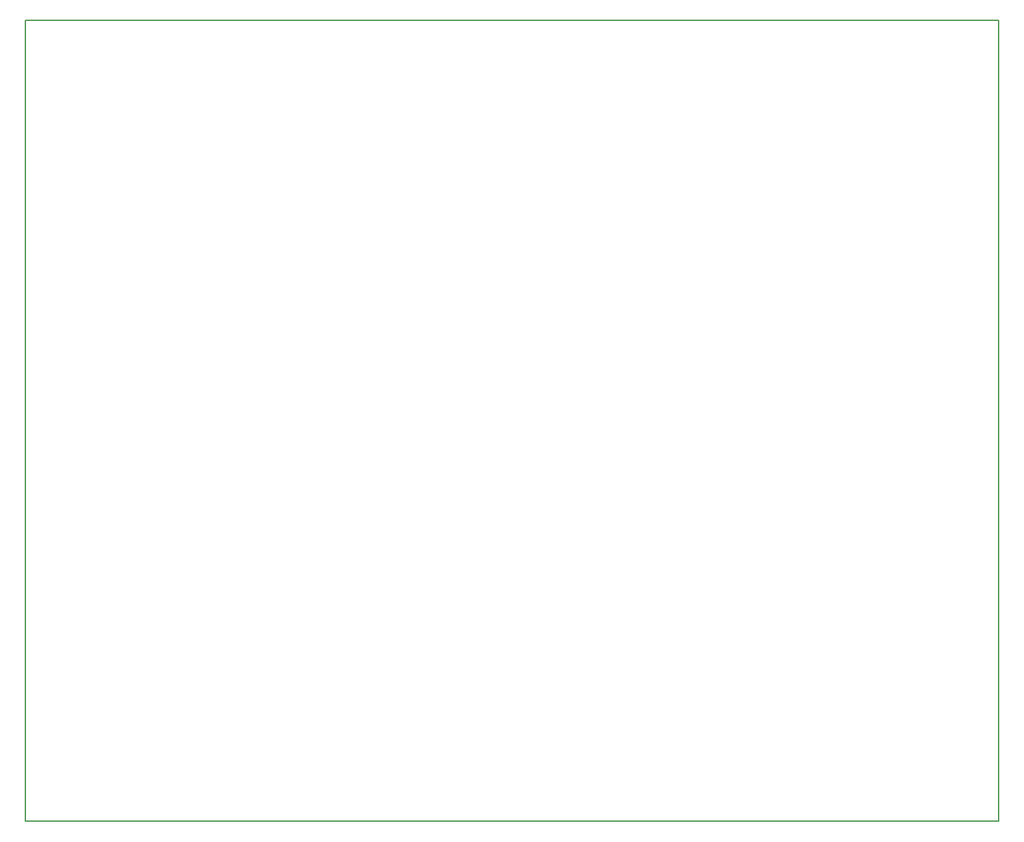
<source format=gbr>
G04 #@! TF.GenerationSoftware,KiCad,Pcbnew,(5.0.0)*
G04 #@! TF.CreationDate,2019-06-02T07:24:35-07:00*
G04 #@! TF.ProjectId,SSB Cap Board C1 - Rev2,5353422043617020426F617264204331,rev?*
G04 #@! TF.SameCoordinates,Original*
G04 #@! TF.FileFunction,Profile,NP*
%FSLAX46Y46*%
G04 Gerber Fmt 4.6, Leading zero omitted, Abs format (unit mm)*
G04 Created by KiCad (PCBNEW (5.0.0)) date 06/02/19 07:24:35*
%MOMM*%
%LPD*%
G01*
G04 APERTURE LIST*
%ADD10C,0.200000*%
G04 APERTURE END LIST*
D10*
X-65000000Y0D02*
X65000000Y0D01*
X65000000Y0D02*
X65000000Y107000000D01*
X-65000000Y107000000D02*
X65000000Y107000000D01*
X-65000000Y0D02*
X-65000000Y107000000D01*
M02*

</source>
